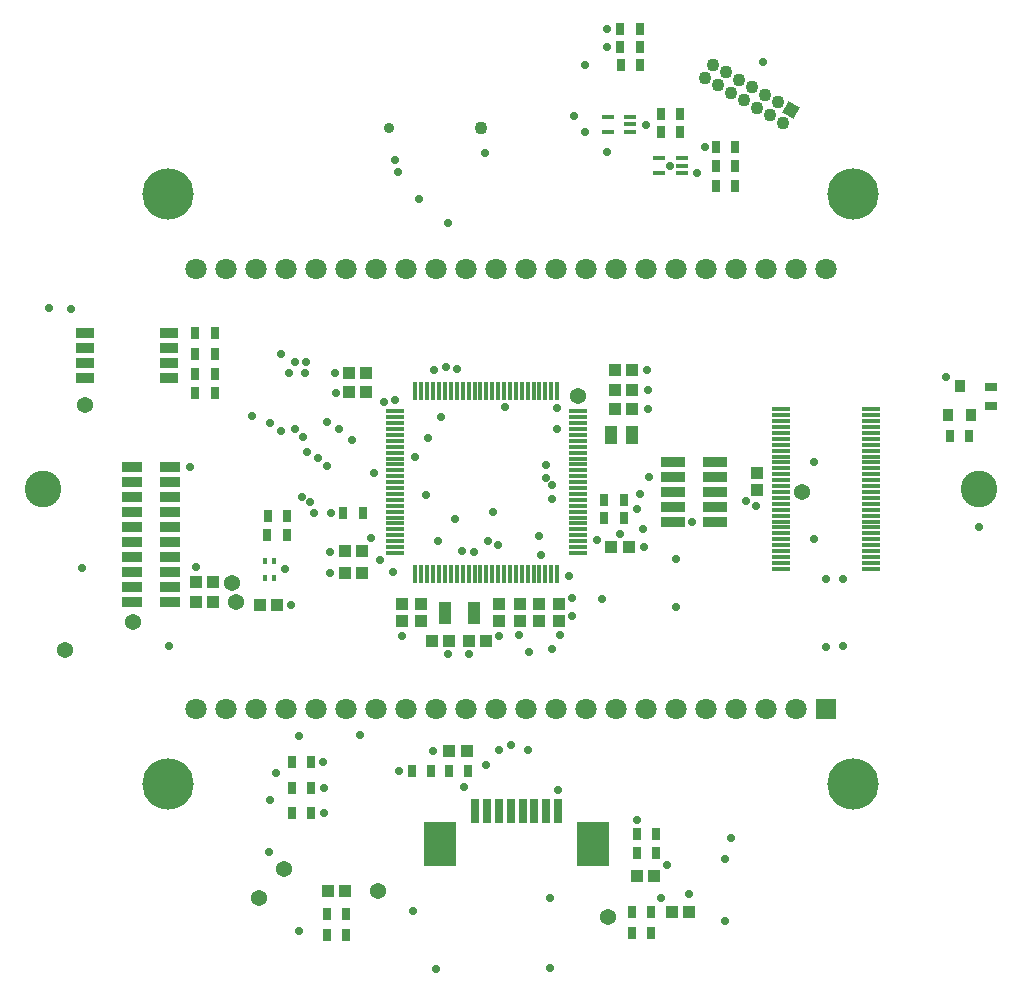
<source format=gts>
G04*
G04 #@! TF.GenerationSoftware,Altium Limited,Altium Designer,21.4.1 (30)*
G04*
G04 Layer_Color=8388736*
%FSLAX25Y25*%
%MOIN*%
G70*
G04*
G04 #@! TF.SameCoordinates,38BCD2B2-9596-478E-9E65-4FDEB67B726C*
G04*
G04*
G04 #@! TF.FilePolarity,Negative*
G04*
G01*
G75*
%ADD36R,0.06306X0.03392*%
%ADD37R,0.02802X0.08274*%
%ADD38R,0.10951X0.14573*%
%ADD39R,0.08471X0.03392*%
%ADD40R,0.05910X0.01560*%
%ADD41R,0.03156X0.03943*%
%ADD42R,0.04337X0.04337*%
%ADD43R,0.04337X0.04337*%
%ADD44R,0.04337X0.07487*%
%ADD45R,0.06699X0.03313*%
%ADD46R,0.01502X0.06306*%
%ADD47R,0.06306X0.01502*%
%ADD48R,0.01581X0.02368*%
%ADD49R,0.04337X0.06306*%
%ADD50R,0.03550X0.04337*%
%ADD51R,0.04337X0.01778*%
%ADD52R,0.03943X0.03156*%
%ADD53C,0.04337*%
%ADD54C,0.03550*%
%ADD55C,0.07093*%
%ADD56R,0.07093X0.07093*%
%ADD57C,0.12211*%
%ADD58P,0.06134X4X195.0*%
%ADD59C,0.17132*%
%ADD60C,0.02800*%
%ADD61C,0.05400*%
D36*
X-113878Y36874D02*
D03*
Y41874D02*
D03*
Y46874D02*
D03*
Y51874D02*
D03*
X-142027D02*
D03*
Y46874D02*
D03*
Y41874D02*
D03*
Y36874D02*
D03*
D37*
X-11780Y-107202D02*
D03*
X-7843D02*
D03*
X-3906D02*
D03*
X32D02*
D03*
X3969D02*
D03*
X7906D02*
D03*
X11843D02*
D03*
X15780D02*
D03*
D38*
X-23551Y-118225D02*
D03*
X27551D02*
D03*
D39*
X54012Y4000D02*
D03*
Y-11000D02*
D03*
X67988D02*
D03*
X54012Y-6000D02*
D03*
X67988D02*
D03*
X54012Y-1000D02*
D03*
X67988D02*
D03*
Y4000D02*
D03*
X54012Y9000D02*
D03*
X67988D02*
D03*
D40*
X90039Y26575D02*
D03*
Y24606D02*
D03*
Y22638D02*
D03*
Y20669D02*
D03*
Y18701D02*
D03*
Y16732D02*
D03*
Y14764D02*
D03*
Y12795D02*
D03*
Y10827D02*
D03*
Y8858D02*
D03*
Y6890D02*
D03*
Y4921D02*
D03*
Y2953D02*
D03*
Y984D02*
D03*
Y-984D02*
D03*
Y-2953D02*
D03*
Y-4921D02*
D03*
Y-6890D02*
D03*
Y-8858D02*
D03*
Y-10827D02*
D03*
Y-12795D02*
D03*
Y-14764D02*
D03*
Y-16732D02*
D03*
Y-18701D02*
D03*
Y-20669D02*
D03*
Y-22638D02*
D03*
Y-24606D02*
D03*
Y-26575D02*
D03*
X119961Y26575D02*
D03*
Y24606D02*
D03*
Y22638D02*
D03*
Y20669D02*
D03*
Y18701D02*
D03*
Y16732D02*
D03*
Y14764D02*
D03*
Y12795D02*
D03*
Y10827D02*
D03*
Y8858D02*
D03*
Y6890D02*
D03*
Y4921D02*
D03*
Y2953D02*
D03*
Y984D02*
D03*
Y-984D02*
D03*
Y-2953D02*
D03*
Y-4921D02*
D03*
Y-6890D02*
D03*
Y-8858D02*
D03*
Y-10827D02*
D03*
Y-12795D02*
D03*
Y-14764D02*
D03*
Y-16732D02*
D03*
Y-18701D02*
D03*
Y-20669D02*
D03*
Y-22638D02*
D03*
Y-24606D02*
D03*
Y-26575D02*
D03*
D41*
X43134Y141500D02*
D03*
X36622D02*
D03*
X43043Y147300D02*
D03*
X36532D02*
D03*
X36531Y153200D02*
D03*
X43043D02*
D03*
X42106Y-115000D02*
D03*
X48618D02*
D03*
Y-121406D02*
D03*
X42106D02*
D03*
X-61256Y-148571D02*
D03*
X-54744D02*
D03*
Y-141571D02*
D03*
X-61256D02*
D03*
X-32956Y-93900D02*
D03*
X-26444D02*
D03*
X-20712D02*
D03*
X-14200D02*
D03*
X46895Y-141000D02*
D03*
X40384D02*
D03*
Y-148000D02*
D03*
X46895D02*
D03*
X37700Y-9600D02*
D03*
X31188D02*
D03*
X37700Y-3600D02*
D03*
X31188D02*
D03*
X-74544Y-15300D02*
D03*
X-81056D02*
D03*
X-55856Y-7900D02*
D03*
X-49344D02*
D03*
X-80912Y-9100D02*
D03*
X-74400D02*
D03*
X-66407Y-107961D02*
D03*
X-72919D02*
D03*
X-66400Y-99528D02*
D03*
X-72912D02*
D03*
X-66400Y-91000D02*
D03*
X-72912D02*
D03*
X-105141Y51874D02*
D03*
X-98629D02*
D03*
X-105141Y44864D02*
D03*
X-98629D02*
D03*
Y38370D02*
D03*
X-105141D02*
D03*
Y31953D02*
D03*
X-98629D02*
D03*
X146433Y17841D02*
D03*
X152945D02*
D03*
X50004Y124870D02*
D03*
X56516D02*
D03*
X50104Y118870D02*
D03*
X56616D02*
D03*
X68352Y114020D02*
D03*
X74864D02*
D03*
X68352Y101020D02*
D03*
X74864D02*
D03*
X68352Y107582D02*
D03*
X74864D02*
D03*
D42*
X9600Y-38425D02*
D03*
Y-44150D02*
D03*
X16000Y-38425D02*
D03*
Y-44150D02*
D03*
X3000Y-38425D02*
D03*
Y-44150D02*
D03*
X-36200D02*
D03*
Y-38425D02*
D03*
X-29800Y-44150D02*
D03*
Y-38425D02*
D03*
X-4000Y-44150D02*
D03*
Y-38425D02*
D03*
X82000Y5362D02*
D03*
Y-362D02*
D03*
D43*
X-20638Y-50787D02*
D03*
X-26362D02*
D03*
X-13862Y-50687D02*
D03*
X-8138D02*
D03*
X-55262Y-20771D02*
D03*
X-49538D02*
D03*
X47831Y-129019D02*
D03*
X42106D02*
D03*
X-60862Y-134000D02*
D03*
X-55138D02*
D03*
X-14700Y-87200D02*
D03*
X-20424D02*
D03*
X53720Y-141000D02*
D03*
X59445D02*
D03*
X-104962Y-37700D02*
D03*
X-99238D02*
D03*
X-77938Y-38500D02*
D03*
X-83662D02*
D03*
X-55262Y-28000D02*
D03*
X33582Y-19300D02*
D03*
X39306D02*
D03*
X34819Y39700D02*
D03*
X40543D02*
D03*
X34631Y26514D02*
D03*
X40355D02*
D03*
X-48238Y38800D02*
D03*
X-53962D02*
D03*
X-48138Y32200D02*
D03*
X-53862D02*
D03*
X-49538Y-28000D02*
D03*
X34819Y32900D02*
D03*
X40543D02*
D03*
X-99202Y-31043D02*
D03*
X-104926D02*
D03*
D44*
X-12079Y-41300D02*
D03*
X-21921D02*
D03*
D45*
X-126299Y-37500D02*
D03*
X-113701D02*
D03*
X-126299Y-32500D02*
D03*
X-113701D02*
D03*
X-126299Y-27500D02*
D03*
X-113701D02*
D03*
X-126299Y-22500D02*
D03*
X-113701D02*
D03*
X-126299Y-17500D02*
D03*
X-113701D02*
D03*
X-126299Y-12500D02*
D03*
X-113701D02*
D03*
X-126299Y-7500D02*
D03*
X-113701D02*
D03*
X-126299Y-2500D02*
D03*
X-113701D02*
D03*
X-126299Y2500D02*
D03*
X-113701D02*
D03*
X-126299Y7500D02*
D03*
X-113701D02*
D03*
D46*
X-31722Y-28165D02*
D03*
X-29754D02*
D03*
X-27785D02*
D03*
X-25817D02*
D03*
X-23848D02*
D03*
X-21880D02*
D03*
X-19911D02*
D03*
X-17943D02*
D03*
X-15974D02*
D03*
X-14006D02*
D03*
X-12037D02*
D03*
X-10068D02*
D03*
X-8100D02*
D03*
X-6131D02*
D03*
X-4163D02*
D03*
X-2194D02*
D03*
X-226D02*
D03*
X1743D02*
D03*
X3711D02*
D03*
X5680D02*
D03*
X7648D02*
D03*
X9617D02*
D03*
X11585D02*
D03*
X13554D02*
D03*
X15522Y32765D02*
D03*
X13554D02*
D03*
X11585D02*
D03*
X9617D02*
D03*
X7648D02*
D03*
X5680D02*
D03*
X3711D02*
D03*
X1743D02*
D03*
X-226D02*
D03*
X-2194D02*
D03*
X-4163D02*
D03*
X-6131D02*
D03*
X-8100D02*
D03*
X-10068D02*
D03*
X-12037D02*
D03*
X-14006D02*
D03*
X-15974D02*
D03*
X-17943D02*
D03*
X-19911D02*
D03*
X-21880D02*
D03*
X-23848D02*
D03*
X-25817D02*
D03*
X-27785D02*
D03*
X-29754D02*
D03*
X-31722D02*
D03*
X15522Y-28165D02*
D03*
D47*
X22365Y-21322D02*
D03*
Y-19354D02*
D03*
Y-17385D02*
D03*
Y-15417D02*
D03*
Y-13448D02*
D03*
Y-11480D02*
D03*
Y-9511D02*
D03*
Y-7543D02*
D03*
Y-5574D02*
D03*
Y-3606D02*
D03*
Y-1637D02*
D03*
Y332D02*
D03*
Y2300D02*
D03*
Y4269D02*
D03*
Y6237D02*
D03*
Y8206D02*
D03*
Y10174D02*
D03*
Y12143D02*
D03*
Y14111D02*
D03*
Y16080D02*
D03*
Y18048D02*
D03*
Y20017D02*
D03*
Y21985D02*
D03*
Y23954D02*
D03*
Y25922D02*
D03*
X-38565D02*
D03*
Y23954D02*
D03*
Y21985D02*
D03*
Y20017D02*
D03*
Y18048D02*
D03*
Y16080D02*
D03*
Y14111D02*
D03*
Y12143D02*
D03*
Y10174D02*
D03*
Y8206D02*
D03*
Y6237D02*
D03*
Y4269D02*
D03*
Y2300D02*
D03*
Y332D02*
D03*
Y-1637D02*
D03*
Y-3606D02*
D03*
Y-5574D02*
D03*
Y-7543D02*
D03*
Y-9511D02*
D03*
Y-11480D02*
D03*
Y-13448D02*
D03*
Y-15417D02*
D03*
Y-17385D02*
D03*
Y-19354D02*
D03*
Y-21322D02*
D03*
D48*
X-78725Y-29556D02*
D03*
X-81875D02*
D03*
Y-24044D02*
D03*
X-78725D02*
D03*
D49*
X40543Y17900D02*
D03*
X33457D02*
D03*
D50*
X149689Y34416D02*
D03*
X145850Y24573D02*
D03*
X153528D02*
D03*
D51*
X39840Y119041D02*
D03*
Y121600D02*
D03*
Y124159D02*
D03*
X32360D02*
D03*
Y119041D02*
D03*
X57000Y105220D02*
D03*
Y107779D02*
D03*
Y110338D02*
D03*
X49520D02*
D03*
Y105220D02*
D03*
D52*
X160000Y34097D02*
D03*
Y27585D02*
D03*
D53*
X-9900Y120300D02*
D03*
X90830Y122170D02*
D03*
X89000Y129000D02*
D03*
X86500Y124670D02*
D03*
X84670Y131500D02*
D03*
X82170Y127170D02*
D03*
X80340Y134000D02*
D03*
X77840Y129670D02*
D03*
X76010Y136500D02*
D03*
X73510Y132170D02*
D03*
X71680Y139000D02*
D03*
X69180Y134670D02*
D03*
X67349Y141500D02*
D03*
X64849Y137170D02*
D03*
D54*
X-40609Y120300D02*
D03*
D55*
X-95000Y73425D02*
D03*
X-25000D02*
D03*
X65000D02*
D03*
X35000D02*
D03*
X5000D02*
D03*
X-105000D02*
D03*
X-75000D02*
D03*
X-85000D02*
D03*
X-65000D02*
D03*
X-35000D02*
D03*
X-45000D02*
D03*
X-55000D02*
D03*
X-5000D02*
D03*
X-15000D02*
D03*
X25000D02*
D03*
X15000D02*
D03*
X45000D02*
D03*
X55000D02*
D03*
X85000D02*
D03*
X75000D02*
D03*
X95000D02*
D03*
X105000D02*
D03*
X85000Y-73425D02*
D03*
X75000D02*
D03*
X95000D02*
D03*
X45000D02*
D03*
X55000D02*
D03*
X25000D02*
D03*
X15000D02*
D03*
X-5000D02*
D03*
X-15000D02*
D03*
X-35000D02*
D03*
X-45000D02*
D03*
X-55000D02*
D03*
X-75000D02*
D03*
X-85000D02*
D03*
X-65000D02*
D03*
X-105000D02*
D03*
X65000D02*
D03*
X35000D02*
D03*
X5000D02*
D03*
X-95000D02*
D03*
X-25000D02*
D03*
D56*
X105000D02*
D03*
D57*
X156000Y0D02*
D03*
X-156000D02*
D03*
D58*
X93330Y126500D02*
D03*
D59*
X-114200Y98400D02*
D03*
X114200Y-98400D02*
D03*
X-114200D02*
D03*
X114200Y98400D02*
D03*
D60*
X-146400Y60100D02*
D03*
X-70600Y-147400D02*
D03*
X78500Y-4100D02*
D03*
X-153900Y60200D02*
D03*
X-27500Y17000D02*
D03*
X13700Y-3300D02*
D03*
X36400Y-15000D02*
D03*
X-28300Y-2000D02*
D03*
X-45700Y5400D02*
D03*
X-32000Y10800D02*
D03*
X-61153Y7754D02*
D03*
X-64300Y10256D02*
D03*
X-43700Y-23700D02*
D03*
X-16100Y-20800D02*
D03*
X43200Y-1600D02*
D03*
X60400Y-11000D02*
D03*
X53000Y107600D02*
D03*
X45000Y121400D02*
D03*
X32200Y153200D02*
D03*
X42106Y-110300D02*
D03*
X52012Y-125312D02*
D03*
X15800Y-100200D02*
D03*
X-37218Y-93900D02*
D03*
X-8347Y-92128D02*
D03*
X-3906Y-87000D02*
D03*
X50028Y-136189D02*
D03*
X-75091Y-26800D02*
D03*
X45600Y39700D02*
D03*
X45705Y26514D02*
D03*
Y32900D02*
D03*
X-73900Y38800D02*
D03*
X156000Y-12544D02*
D03*
X9617Y-15597D02*
D03*
X59500Y-135000D02*
D03*
X-76651Y44864D02*
D03*
X15500Y20100D02*
D03*
Y26900D02*
D03*
X101047Y-16600D02*
D03*
X110700Y-52200D02*
D03*
X105000Y-52700D02*
D03*
X110800Y-30000D02*
D03*
X105100D02*
D03*
X-50200Y-82100D02*
D03*
X-70400Y-82300D02*
D03*
X28932Y-16834D02*
D03*
X81800Y-5501D02*
D03*
X44100Y-13448D02*
D03*
X44393Y-19300D02*
D03*
X-25000Y-160008D02*
D03*
X74Y-85232D02*
D03*
X5742Y-87000D02*
D03*
X6150Y-54434D02*
D03*
X13189Y-136335D02*
D03*
Y-159811D02*
D03*
X-15594Y-99328D02*
D03*
X-32382Y-140800D02*
D03*
X-80600Y-121019D02*
D03*
X-113996Y-52310D02*
D03*
X71400Y-144100D02*
D03*
Y-123400D02*
D03*
X101223Y9083D02*
D03*
X42000Y-6500D02*
D03*
X10168Y-21873D02*
D03*
X20500Y-36225D02*
D03*
X20296Y-42181D02*
D03*
X55100Y-39400D02*
D03*
X55000Y-23400D02*
D03*
X19500Y-29100D02*
D03*
X-25900Y-87200D02*
D03*
X-13982Y-54906D02*
D03*
X13800Y-53400D02*
D03*
X-142900Y-26300D02*
D03*
X32200Y112200D02*
D03*
Y147300D02*
D03*
X-8500Y112100D02*
D03*
X-38640Y109600D02*
D03*
X-37700Y105600D02*
D03*
X24866Y141500D02*
D03*
X-104800Y-26000D02*
D03*
X84161Y142484D02*
D03*
X-39200Y-27600D02*
D03*
X-12079Y-21064D02*
D03*
X-18500Y-9900D02*
D03*
X-24121Y-17385D02*
D03*
X-80129Y22067D02*
D03*
X-86200Y24200D02*
D03*
X-5800Y-7500D02*
D03*
X-1900Y27300D02*
D03*
X-4244Y-18546D02*
D03*
X-7549Y-17385D02*
D03*
X-23297Y23954D02*
D03*
X13880Y1226D02*
D03*
X16350Y-48587D02*
D03*
X2850Y-48737D02*
D03*
X-3950Y-48887D02*
D03*
X30518Y-36800D02*
D03*
X-20800Y-55087D02*
D03*
X-36200Y-48887D02*
D03*
X-57299Y20017D02*
D03*
X-67986Y12224D02*
D03*
X46200Y3900D02*
D03*
X-20804Y88600D02*
D03*
X-25600Y39700D02*
D03*
X64700Y114000D02*
D03*
X62000Y105220D02*
D03*
X-42100Y29100D02*
D03*
X-71825Y42200D02*
D03*
X-68600Y38785D02*
D03*
X-68200Y42400D02*
D03*
X-21500Y40650D02*
D03*
X-17900Y39900D02*
D03*
X-71800Y19900D02*
D03*
X-69100Y17200D02*
D03*
X-58297Y32149D02*
D03*
X-38565Y29812D02*
D03*
X-52900Y16500D02*
D03*
X-61300Y22300D02*
D03*
X-76651Y19348D02*
D03*
X-106800Y7500D02*
D03*
X11650Y3547D02*
D03*
X-62221Y-108000D02*
D03*
X11650Y8100D02*
D03*
X73600Y-116300D02*
D03*
X-46700Y-16300D02*
D03*
X-60100Y-21071D02*
D03*
X-60200Y-28000D02*
D03*
X21100Y124300D02*
D03*
X24900Y119100D02*
D03*
X-62221Y-99528D02*
D03*
X-62408Y-90904D02*
D03*
X-30600Y96600D02*
D03*
X145055Y37200D02*
D03*
X-65406Y-7900D02*
D03*
X-73300Y-38500D02*
D03*
X-78200Y-94700D02*
D03*
X-59900Y-7900D02*
D03*
X-69700Y-2800D02*
D03*
X-80200Y-103500D02*
D03*
X-66800Y-4400D02*
D03*
X-58432Y38785D02*
D03*
D61*
X-75700Y-126700D02*
D03*
X-44100Y-134000D02*
D03*
X22416Y30931D02*
D03*
X-83728Y-136362D02*
D03*
X32382Y-142772D02*
D03*
X-148700Y-53700D02*
D03*
X-126000Y-44264D02*
D03*
X97000Y-1100D02*
D03*
X-142000Y28000D02*
D03*
X-91700Y-37600D02*
D03*
X-93001Y-31269D02*
D03*
M02*

</source>
